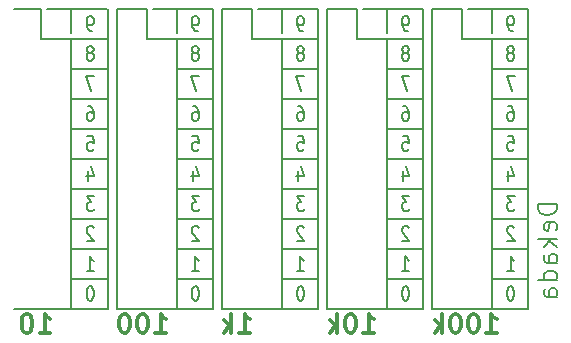
<source format=gbo>
G04 #@! TF.GenerationSoftware,KiCad,Pcbnew,(2017-01-20 revision 550a1ea)-makepkg*
G04 #@! TF.CreationDate,2017-01-21T19:12:54+01:00*
G04 #@! TF.ProjectId,dekada,64656B6164612E6B696361645F706362,rev?*
G04 #@! TF.FileFunction,Legend,Bot*
G04 #@! TF.FilePolarity,Positive*
%FSLAX46Y46*%
G04 Gerber Fmt 4.6, Leading zero omitted, Abs format (unit mm)*
G04 Created by KiCad (PCBNEW (2017-01-20 revision 550a1ea)-makepkg) date 01/21/17 19:12:54*
%MOMM*%
%LPD*%
G01*
G04 APERTURE LIST*
%ADD10C,0.050000*%
%ADD11C,0.180000*%
%ADD12C,0.350000*%
%ADD13C,0.150000*%
%ADD14C,0.200000*%
%ADD15O,2.000000X2.000000*%
%ADD16R,2.000000X2.000000*%
%ADD17O,2.032000X2.032000*%
%ADD18R,2.032000X2.032000*%
G04 APERTURE END LIST*
D10*
D11*
X-42034379Y4275395D02*
X-42701046Y4275395D01*
X-42272474Y3075395D01*
X-33134379Y4275395D02*
X-33801046Y4275395D01*
X-33372474Y3075395D01*
X-24234379Y4275395D02*
X-24901046Y4275395D01*
X-24472474Y3075395D01*
X-15334379Y4275395D02*
X-16001046Y4275395D01*
X-15572474Y3075395D01*
X-42320093Y-13504605D02*
X-42415332Y-13504605D01*
X-42510570Y-13561748D01*
X-42558189Y-13618890D01*
X-42605808Y-13733176D01*
X-42653427Y-13961748D01*
X-42653427Y-14247462D01*
X-42605808Y-14476033D01*
X-42558189Y-14590319D01*
X-42510570Y-14647462D01*
X-42415332Y-14704605D01*
X-42320093Y-14704605D01*
X-42224855Y-14647462D01*
X-42177236Y-14590319D01*
X-42129617Y-14476033D01*
X-42081998Y-14247462D01*
X-42081998Y-13961748D01*
X-42129617Y-13733176D01*
X-42177236Y-13618890D01*
X-42224855Y-13561748D01*
X-42320093Y-13504605D01*
X-33420093Y-13504605D02*
X-33515332Y-13504605D01*
X-33610570Y-13561748D01*
X-33658189Y-13618890D01*
X-33705808Y-13733176D01*
X-33753427Y-13961748D01*
X-33753427Y-14247462D01*
X-33705808Y-14476033D01*
X-33658189Y-14590319D01*
X-33610570Y-14647462D01*
X-33515332Y-14704605D01*
X-33420093Y-14704605D01*
X-33324855Y-14647462D01*
X-33277236Y-14590319D01*
X-33229617Y-14476033D01*
X-33181998Y-14247462D01*
X-33181998Y-13961748D01*
X-33229617Y-13733176D01*
X-33277236Y-13618890D01*
X-33324855Y-13561748D01*
X-33420093Y-13504605D01*
X-24520093Y-13504605D02*
X-24615332Y-13504605D01*
X-24710570Y-13561748D01*
X-24758189Y-13618890D01*
X-24805808Y-13733176D01*
X-24853427Y-13961748D01*
X-24853427Y-14247462D01*
X-24805808Y-14476033D01*
X-24758189Y-14590319D01*
X-24710570Y-14647462D01*
X-24615332Y-14704605D01*
X-24520093Y-14704605D01*
X-24424855Y-14647462D01*
X-24377236Y-14590319D01*
X-24329617Y-14476033D01*
X-24281998Y-14247462D01*
X-24281998Y-13961748D01*
X-24329617Y-13733176D01*
X-24377236Y-13618890D01*
X-24424855Y-13561748D01*
X-24520093Y-13504605D01*
X-15620093Y-13504605D02*
X-15715332Y-13504605D01*
X-15810570Y-13561748D01*
X-15858189Y-13618890D01*
X-15905808Y-13733176D01*
X-15953427Y-13961748D01*
X-15953427Y-14247462D01*
X-15905808Y-14476033D01*
X-15858189Y-14590319D01*
X-15810570Y-14647462D01*
X-15715332Y-14704605D01*
X-15620093Y-14704605D01*
X-15524855Y-14647462D01*
X-15477236Y-14590319D01*
X-15429617Y-14476033D01*
X-15381998Y-14247462D01*
X-15381998Y-13961748D01*
X-15429617Y-13733176D01*
X-15477236Y-13618890D01*
X-15524855Y-13561748D01*
X-15620093Y-13504605D01*
X-42081998Y-8538890D02*
X-42129617Y-8481748D01*
X-42224855Y-8424605D01*
X-42462951Y-8424605D01*
X-42558189Y-8481748D01*
X-42605808Y-8538890D01*
X-42653427Y-8653176D01*
X-42653427Y-8767462D01*
X-42605808Y-8938890D01*
X-42034379Y-9624605D01*
X-42653427Y-9624605D01*
X-33181998Y-8538890D02*
X-33229617Y-8481748D01*
X-33324855Y-8424605D01*
X-33562951Y-8424605D01*
X-33658189Y-8481748D01*
X-33705808Y-8538890D01*
X-33753427Y-8653176D01*
X-33753427Y-8767462D01*
X-33705808Y-8938890D01*
X-33134379Y-9624605D01*
X-33753427Y-9624605D01*
X-24281998Y-8538890D02*
X-24329617Y-8481748D01*
X-24424855Y-8424605D01*
X-24662951Y-8424605D01*
X-24758189Y-8481748D01*
X-24805808Y-8538890D01*
X-24853427Y-8653176D01*
X-24853427Y-8767462D01*
X-24805808Y-8938890D01*
X-24234379Y-9624605D01*
X-24853427Y-9624605D01*
X-15381998Y-8538890D02*
X-15429617Y-8481748D01*
X-15524855Y-8424605D01*
X-15762951Y-8424605D01*
X-15858189Y-8481748D01*
X-15905808Y-8538890D01*
X-15953427Y-8653176D01*
X-15953427Y-8767462D01*
X-15905808Y-8938890D01*
X-15334379Y-9624605D01*
X-15953427Y-9624605D01*
X-42272474Y6301110D02*
X-42177236Y6358252D01*
X-42129617Y6415395D01*
X-42081998Y6529681D01*
X-42081998Y6586824D01*
X-42129617Y6701110D01*
X-42177236Y6758252D01*
X-42272474Y6815395D01*
X-42462951Y6815395D01*
X-42558189Y6758252D01*
X-42605808Y6701110D01*
X-42653427Y6586824D01*
X-42653427Y6529681D01*
X-42605808Y6415395D01*
X-42558189Y6358252D01*
X-42462951Y6301110D01*
X-42272474Y6301110D01*
X-42177236Y6243967D01*
X-42129617Y6186824D01*
X-42081998Y6072538D01*
X-42081998Y5843967D01*
X-42129617Y5729681D01*
X-42177236Y5672538D01*
X-42272474Y5615395D01*
X-42462951Y5615395D01*
X-42558189Y5672538D01*
X-42605808Y5729681D01*
X-42653427Y5843967D01*
X-42653427Y6072538D01*
X-42605808Y6186824D01*
X-42558189Y6243967D01*
X-42462951Y6301110D01*
X-33372474Y6301110D02*
X-33277236Y6358252D01*
X-33229617Y6415395D01*
X-33181998Y6529681D01*
X-33181998Y6586824D01*
X-33229617Y6701110D01*
X-33277236Y6758252D01*
X-33372474Y6815395D01*
X-33562951Y6815395D01*
X-33658189Y6758252D01*
X-33705808Y6701110D01*
X-33753427Y6586824D01*
X-33753427Y6529681D01*
X-33705808Y6415395D01*
X-33658189Y6358252D01*
X-33562951Y6301110D01*
X-33372474Y6301110D01*
X-33277236Y6243967D01*
X-33229617Y6186824D01*
X-33181998Y6072538D01*
X-33181998Y5843967D01*
X-33229617Y5729681D01*
X-33277236Y5672538D01*
X-33372474Y5615395D01*
X-33562951Y5615395D01*
X-33658189Y5672538D01*
X-33705808Y5729681D01*
X-33753427Y5843967D01*
X-33753427Y6072538D01*
X-33705808Y6186824D01*
X-33658189Y6243967D01*
X-33562951Y6301110D01*
X-24472474Y6301110D02*
X-24377236Y6358252D01*
X-24329617Y6415395D01*
X-24281998Y6529681D01*
X-24281998Y6586824D01*
X-24329617Y6701110D01*
X-24377236Y6758252D01*
X-24472474Y6815395D01*
X-24662951Y6815395D01*
X-24758189Y6758252D01*
X-24805808Y6701110D01*
X-24853427Y6586824D01*
X-24853427Y6529681D01*
X-24805808Y6415395D01*
X-24758189Y6358252D01*
X-24662951Y6301110D01*
X-24472474Y6301110D01*
X-24377236Y6243967D01*
X-24329617Y6186824D01*
X-24281998Y6072538D01*
X-24281998Y5843967D01*
X-24329617Y5729681D01*
X-24377236Y5672538D01*
X-24472474Y5615395D01*
X-24662951Y5615395D01*
X-24758189Y5672538D01*
X-24805808Y5729681D01*
X-24853427Y5843967D01*
X-24853427Y6072538D01*
X-24805808Y6186824D01*
X-24758189Y6243967D01*
X-24662951Y6301110D01*
X-15572474Y6301110D02*
X-15477236Y6358252D01*
X-15429617Y6415395D01*
X-15381998Y6529681D01*
X-15381998Y6586824D01*
X-15429617Y6701110D01*
X-15477236Y6758252D01*
X-15572474Y6815395D01*
X-15762951Y6815395D01*
X-15858189Y6758252D01*
X-15905808Y6701110D01*
X-15953427Y6586824D01*
X-15953427Y6529681D01*
X-15905808Y6415395D01*
X-15858189Y6358252D01*
X-15762951Y6301110D01*
X-15572474Y6301110D01*
X-15477236Y6243967D01*
X-15429617Y6186824D01*
X-15381998Y6072538D01*
X-15381998Y5843967D01*
X-15429617Y5729681D01*
X-15477236Y5672538D01*
X-15572474Y5615395D01*
X-15762951Y5615395D01*
X-15858189Y5672538D01*
X-15905808Y5729681D01*
X-15953427Y5843967D01*
X-15953427Y6072538D01*
X-15905808Y6186824D01*
X-15858189Y6243967D01*
X-15762951Y6301110D01*
D12*
X-46646548Y-17423809D02*
X-45732262Y-17423809D01*
X-46189405Y-17423809D02*
X-46189405Y-15823809D01*
X-46037024Y-16052380D01*
X-45884643Y-16204761D01*
X-45732262Y-16280952D01*
X-47637024Y-15823809D02*
X-47789405Y-15823809D01*
X-47941786Y-15900000D01*
X-48017977Y-15976190D01*
X-48094167Y-16128571D01*
X-48170358Y-16433333D01*
X-48170358Y-16814285D01*
X-48094167Y-17119047D01*
X-48017977Y-17271428D01*
X-47941786Y-17347619D01*
X-47789405Y-17423809D01*
X-47637024Y-17423809D01*
X-47484643Y-17347619D01*
X-47408453Y-17271428D01*
X-47332262Y-17119047D01*
X-47256072Y-16814285D01*
X-47256072Y-16433333D01*
X-47332262Y-16128571D01*
X-47408453Y-15976190D01*
X-47484643Y-15900000D01*
X-47637024Y-15823809D01*
X-36846548Y-17423809D02*
X-35932262Y-17423809D01*
X-36389405Y-17423809D02*
X-36389405Y-15823809D01*
X-36237024Y-16052380D01*
X-36084643Y-16204761D01*
X-35932262Y-16280952D01*
X-37837024Y-15823809D02*
X-37989405Y-15823809D01*
X-38141786Y-15900000D01*
X-38217977Y-15976190D01*
X-38294167Y-16128571D01*
X-38370358Y-16433333D01*
X-38370358Y-16814285D01*
X-38294167Y-17119047D01*
X-38217977Y-17271428D01*
X-38141786Y-17347619D01*
X-37989405Y-17423809D01*
X-37837024Y-17423809D01*
X-37684643Y-17347619D01*
X-37608453Y-17271428D01*
X-37532262Y-17119047D01*
X-37456072Y-16814285D01*
X-37456072Y-16433333D01*
X-37532262Y-16128571D01*
X-37608453Y-15976190D01*
X-37684643Y-15900000D01*
X-37837024Y-15823809D01*
X-39360834Y-15823809D02*
X-39513215Y-15823809D01*
X-39665596Y-15900000D01*
X-39741786Y-15976190D01*
X-39817977Y-16128571D01*
X-39894167Y-16433333D01*
X-39894167Y-16814285D01*
X-39817977Y-17119047D01*
X-39741786Y-17271428D01*
X-39665596Y-17347619D01*
X-39513215Y-17423809D01*
X-39360834Y-17423809D01*
X-39208453Y-17347619D01*
X-39132262Y-17271428D01*
X-39056072Y-17119047D01*
X-38979881Y-16814285D01*
X-38979881Y-16433333D01*
X-39056072Y-16128571D01*
X-39132262Y-15976190D01*
X-39208453Y-15900000D01*
X-39360834Y-15823809D01*
X-29746548Y-17423809D02*
X-28832262Y-17423809D01*
X-29289405Y-17423809D02*
X-29289405Y-15823809D01*
X-29137024Y-16052380D01*
X-28984643Y-16204761D01*
X-28832262Y-16280952D01*
X-30432262Y-17423809D02*
X-30432262Y-15823809D01*
X-30584643Y-16814285D02*
X-31041786Y-17423809D01*
X-31041786Y-16357142D02*
X-30432262Y-16966666D01*
X-19246548Y-17423809D02*
X-18332262Y-17423809D01*
X-18789405Y-17423809D02*
X-18789405Y-15823809D01*
X-18637024Y-16052380D01*
X-18484643Y-16204761D01*
X-18332262Y-16280952D01*
X-20237024Y-15823809D02*
X-20389405Y-15823809D01*
X-20541786Y-15900000D01*
X-20617977Y-15976190D01*
X-20694167Y-16128571D01*
X-20770358Y-16433333D01*
X-20770358Y-16814285D01*
X-20694167Y-17119047D01*
X-20617977Y-17271428D01*
X-20541786Y-17347619D01*
X-20389405Y-17423809D01*
X-20237024Y-17423809D01*
X-20084643Y-17347619D01*
X-20008453Y-17271428D01*
X-19932262Y-17119047D01*
X-19856072Y-16814285D01*
X-19856072Y-16433333D01*
X-19932262Y-16128571D01*
X-20008453Y-15976190D01*
X-20084643Y-15900000D01*
X-20237024Y-15823809D01*
X-21456072Y-17423809D02*
X-21456072Y-15823809D01*
X-21608453Y-16814285D02*
X-22065596Y-17423809D01*
X-22065596Y-16357142D02*
X-21456072Y-16966666D01*
D11*
X-42034379Y-5884605D02*
X-42653427Y-5884605D01*
X-42320093Y-6341748D01*
X-42462951Y-6341748D01*
X-42558189Y-6398890D01*
X-42605808Y-6456033D01*
X-42653427Y-6570319D01*
X-42653427Y-6856033D01*
X-42605808Y-6970319D01*
X-42558189Y-7027462D01*
X-42462951Y-7084605D01*
X-42177236Y-7084605D01*
X-42081998Y-7027462D01*
X-42034379Y-6970319D01*
X-33134379Y-5884605D02*
X-33753427Y-5884605D01*
X-33420093Y-6341748D01*
X-33562951Y-6341748D01*
X-33658189Y-6398890D01*
X-33705808Y-6456033D01*
X-33753427Y-6570319D01*
X-33753427Y-6856033D01*
X-33705808Y-6970319D01*
X-33658189Y-7027462D01*
X-33562951Y-7084605D01*
X-33277236Y-7084605D01*
X-33181998Y-7027462D01*
X-33134379Y-6970319D01*
X-24234379Y-5884605D02*
X-24853427Y-5884605D01*
X-24520093Y-6341748D01*
X-24662951Y-6341748D01*
X-24758189Y-6398890D01*
X-24805808Y-6456033D01*
X-24853427Y-6570319D01*
X-24853427Y-6856033D01*
X-24805808Y-6970319D01*
X-24758189Y-7027462D01*
X-24662951Y-7084605D01*
X-24377236Y-7084605D01*
X-24281998Y-7027462D01*
X-24234379Y-6970319D01*
X-15334379Y-5884605D02*
X-15953427Y-5884605D01*
X-15620093Y-6341748D01*
X-15762951Y-6341748D01*
X-15858189Y-6398890D01*
X-15905808Y-6456033D01*
X-15953427Y-6570319D01*
X-15953427Y-6856033D01*
X-15905808Y-6970319D01*
X-15858189Y-7027462D01*
X-15762951Y-7084605D01*
X-15477236Y-7084605D01*
X-15381998Y-7027462D01*
X-15334379Y-6970319D01*
X-42558189Y1735395D02*
X-42367712Y1735395D01*
X-42272474Y1678252D01*
X-42224855Y1621110D01*
X-42129617Y1449681D01*
X-42081998Y1221110D01*
X-42081998Y763967D01*
X-42129617Y649681D01*
X-42177236Y592538D01*
X-42272474Y535395D01*
X-42462951Y535395D01*
X-42558189Y592538D01*
X-42605808Y649681D01*
X-42653427Y763967D01*
X-42653427Y1049681D01*
X-42605808Y1163967D01*
X-42558189Y1221110D01*
X-42462951Y1278252D01*
X-42272474Y1278252D01*
X-42177236Y1221110D01*
X-42129617Y1163967D01*
X-42081998Y1049681D01*
X-33658189Y1735395D02*
X-33467712Y1735395D01*
X-33372474Y1678252D01*
X-33324855Y1621110D01*
X-33229617Y1449681D01*
X-33181998Y1221110D01*
X-33181998Y763967D01*
X-33229617Y649681D01*
X-33277236Y592538D01*
X-33372474Y535395D01*
X-33562951Y535395D01*
X-33658189Y592538D01*
X-33705808Y649681D01*
X-33753427Y763967D01*
X-33753427Y1049681D01*
X-33705808Y1163967D01*
X-33658189Y1221110D01*
X-33562951Y1278252D01*
X-33372474Y1278252D01*
X-33277236Y1221110D01*
X-33229617Y1163967D01*
X-33181998Y1049681D01*
X-24758189Y1735395D02*
X-24567712Y1735395D01*
X-24472474Y1678252D01*
X-24424855Y1621110D01*
X-24329617Y1449681D01*
X-24281998Y1221110D01*
X-24281998Y763967D01*
X-24329617Y649681D01*
X-24377236Y592538D01*
X-24472474Y535395D01*
X-24662951Y535395D01*
X-24758189Y592538D01*
X-24805808Y649681D01*
X-24853427Y763967D01*
X-24853427Y1049681D01*
X-24805808Y1163967D01*
X-24758189Y1221110D01*
X-24662951Y1278252D01*
X-24472474Y1278252D01*
X-24377236Y1221110D01*
X-24329617Y1163967D01*
X-24281998Y1049681D01*
X-15858189Y1735395D02*
X-15667712Y1735395D01*
X-15572474Y1678252D01*
X-15524855Y1621110D01*
X-15429617Y1449681D01*
X-15381998Y1221110D01*
X-15381998Y763967D01*
X-15429617Y649681D01*
X-15477236Y592538D01*
X-15572474Y535395D01*
X-15762951Y535395D01*
X-15858189Y592538D01*
X-15905808Y649681D01*
X-15953427Y763967D01*
X-15953427Y1049681D01*
X-15905808Y1163967D01*
X-15858189Y1221110D01*
X-15762951Y1278252D01*
X-15572474Y1278252D01*
X-15477236Y1221110D01*
X-15429617Y1163967D01*
X-15381998Y1049681D01*
X-42653427Y-12164605D02*
X-42081998Y-12164605D01*
X-42367712Y-12164605D02*
X-42367712Y-10964605D01*
X-42272474Y-11136033D01*
X-42177236Y-11250319D01*
X-42081998Y-11307462D01*
X-33753427Y-12164605D02*
X-33181998Y-12164605D01*
X-33467712Y-12164605D02*
X-33467712Y-10964605D01*
X-33372474Y-11136033D01*
X-33277236Y-11250319D01*
X-33181998Y-11307462D01*
X-24853427Y-12164605D02*
X-24281998Y-12164605D01*
X-24567712Y-12164605D02*
X-24567712Y-10964605D01*
X-24472474Y-11136033D01*
X-24377236Y-11250319D01*
X-24281998Y-11307462D01*
X-15953427Y-12164605D02*
X-15381998Y-12164605D01*
X-15667712Y-12164605D02*
X-15667712Y-10964605D01*
X-15572474Y-11136033D01*
X-15477236Y-11250319D01*
X-15381998Y-11307462D01*
X-42177236Y8155395D02*
X-42367712Y8155395D01*
X-42462951Y8212538D01*
X-42510570Y8269681D01*
X-42605808Y8441110D01*
X-42653427Y8669681D01*
X-42653427Y9126824D01*
X-42605808Y9241110D01*
X-42558189Y9298252D01*
X-42462951Y9355395D01*
X-42272474Y9355395D01*
X-42177236Y9298252D01*
X-42129617Y9241110D01*
X-42081998Y9126824D01*
X-42081998Y8841110D01*
X-42129617Y8726824D01*
X-42177236Y8669681D01*
X-42272474Y8612538D01*
X-42462951Y8612538D01*
X-42558189Y8669681D01*
X-42605808Y8726824D01*
X-42653427Y8841110D01*
X-33277236Y8155395D02*
X-33467712Y8155395D01*
X-33562951Y8212538D01*
X-33610570Y8269681D01*
X-33705808Y8441110D01*
X-33753427Y8669681D01*
X-33753427Y9126824D01*
X-33705808Y9241110D01*
X-33658189Y9298252D01*
X-33562951Y9355395D01*
X-33372474Y9355395D01*
X-33277236Y9298252D01*
X-33229617Y9241110D01*
X-33181998Y9126824D01*
X-33181998Y8841110D01*
X-33229617Y8726824D01*
X-33277236Y8669681D01*
X-33372474Y8612538D01*
X-33562951Y8612538D01*
X-33658189Y8669681D01*
X-33705808Y8726824D01*
X-33753427Y8841110D01*
X-24377236Y8155395D02*
X-24567712Y8155395D01*
X-24662951Y8212538D01*
X-24710570Y8269681D01*
X-24805808Y8441110D01*
X-24853427Y8669681D01*
X-24853427Y9126824D01*
X-24805808Y9241110D01*
X-24758189Y9298252D01*
X-24662951Y9355395D01*
X-24472474Y9355395D01*
X-24377236Y9298252D01*
X-24329617Y9241110D01*
X-24281998Y9126824D01*
X-24281998Y8841110D01*
X-24329617Y8726824D01*
X-24377236Y8669681D01*
X-24472474Y8612538D01*
X-24662951Y8612538D01*
X-24758189Y8669681D01*
X-24805808Y8726824D01*
X-24853427Y8841110D01*
X-15477236Y8155395D02*
X-15667712Y8155395D01*
X-15762951Y8212538D01*
X-15810570Y8269681D01*
X-15905808Y8441110D01*
X-15953427Y8669681D01*
X-15953427Y9126824D01*
X-15905808Y9241110D01*
X-15858189Y9298252D01*
X-15762951Y9355395D01*
X-15572474Y9355395D01*
X-15477236Y9298252D01*
X-15429617Y9241110D01*
X-15381998Y9126824D01*
X-15381998Y8841110D01*
X-15429617Y8726824D01*
X-15477236Y8669681D01*
X-15572474Y8612538D01*
X-15762951Y8612538D01*
X-15858189Y8669681D01*
X-15905808Y8726824D01*
X-15953427Y8841110D01*
X-42605808Y-804605D02*
X-42129617Y-804605D01*
X-42081998Y-1376033D01*
X-42129617Y-1318890D01*
X-42224855Y-1261748D01*
X-42462951Y-1261748D01*
X-42558189Y-1318890D01*
X-42605808Y-1376033D01*
X-42653427Y-1490319D01*
X-42653427Y-1776033D01*
X-42605808Y-1890319D01*
X-42558189Y-1947462D01*
X-42462951Y-2004605D01*
X-42224855Y-2004605D01*
X-42129617Y-1947462D01*
X-42081998Y-1890319D01*
X-33705808Y-804605D02*
X-33229617Y-804605D01*
X-33181998Y-1376033D01*
X-33229617Y-1318890D01*
X-33324855Y-1261748D01*
X-33562951Y-1261748D01*
X-33658189Y-1318890D01*
X-33705808Y-1376033D01*
X-33753427Y-1490319D01*
X-33753427Y-1776033D01*
X-33705808Y-1890319D01*
X-33658189Y-1947462D01*
X-33562951Y-2004605D01*
X-33324855Y-2004605D01*
X-33229617Y-1947462D01*
X-33181998Y-1890319D01*
X-24805808Y-804605D02*
X-24329617Y-804605D01*
X-24281998Y-1376033D01*
X-24329617Y-1318890D01*
X-24424855Y-1261748D01*
X-24662951Y-1261748D01*
X-24758189Y-1318890D01*
X-24805808Y-1376033D01*
X-24853427Y-1490319D01*
X-24853427Y-1776033D01*
X-24805808Y-1890319D01*
X-24758189Y-1947462D01*
X-24662951Y-2004605D01*
X-24424855Y-2004605D01*
X-24329617Y-1947462D01*
X-24281998Y-1890319D01*
X-15905808Y-804605D02*
X-15429617Y-804605D01*
X-15381998Y-1376033D01*
X-15429617Y-1318890D01*
X-15524855Y-1261748D01*
X-15762951Y-1261748D01*
X-15858189Y-1318890D01*
X-15905808Y-1376033D01*
X-15953427Y-1490319D01*
X-15953427Y-1776033D01*
X-15905808Y-1890319D01*
X-15858189Y-1947462D01*
X-15762951Y-2004605D01*
X-15524855Y-2004605D01*
X-15429617Y-1947462D01*
X-15381998Y-1890319D01*
X-42558189Y-3744605D02*
X-42558189Y-4544605D01*
X-42320093Y-3287462D02*
X-42081998Y-4144605D01*
X-42701046Y-4144605D01*
X-33658189Y-3744605D02*
X-33658189Y-4544605D01*
X-33420093Y-3287462D02*
X-33181998Y-4144605D01*
X-33801046Y-4144605D01*
X-24758189Y-3744605D02*
X-24758189Y-4544605D01*
X-24520093Y-3287462D02*
X-24281998Y-4144605D01*
X-24901046Y-4144605D01*
X-15858189Y-3744605D02*
X-15858189Y-4544605D01*
X-15620093Y-3287462D02*
X-15381998Y-4144605D01*
X-16001046Y-4144605D01*
D13*
X-40897712Y9968252D02*
X-43945712Y9968252D01*
X-31997712Y9968252D02*
X-35045712Y9968252D01*
X-23097712Y9968252D02*
X-26145712Y9968252D01*
X-14197712Y9968252D02*
X-17245712Y9968252D01*
X-40897712Y7428252D02*
X-43945712Y7428252D01*
X-31997712Y7428252D02*
X-35045712Y7428252D01*
X-23097712Y7428252D02*
X-26145712Y7428252D01*
X-14197712Y7428252D02*
X-17245712Y7428252D01*
X-40897712Y-5271748D02*
X-43945712Y-5271748D01*
X-31997712Y-5271748D02*
X-35045712Y-5271748D01*
X-23097712Y-5271748D02*
X-26145712Y-5271748D01*
X-14197712Y-5271748D02*
X-17245712Y-5271748D01*
X-40895712Y-10351748D02*
X-43945712Y-10351748D01*
X-31995712Y-10351748D02*
X-35045712Y-10351748D01*
X-23095712Y-10351748D02*
X-26145712Y-10351748D01*
X-14195712Y-10351748D02*
X-17245712Y-10351748D01*
X-40897712Y-191748D02*
X-43945712Y-191748D01*
X-31997712Y-191748D02*
X-35045712Y-191748D01*
X-23097712Y-191748D02*
X-26145712Y-191748D01*
X-14197712Y-191748D02*
X-17245712Y-191748D01*
X-40889712Y-15431748D02*
X-43989712Y-15431748D01*
X-31989712Y-15431748D02*
X-35089712Y-15431748D01*
X-23089712Y-15431748D02*
X-26189712Y-15431748D01*
X-14189712Y-15431748D02*
X-17289712Y-15431748D01*
X-40897712Y-7811748D02*
X-43945712Y-7811748D01*
X-31997712Y-7811748D02*
X-35045712Y-7811748D01*
X-23097712Y-7811748D02*
X-26145712Y-7811748D01*
X-14197712Y-7811748D02*
X-17245712Y-7811748D01*
X-40889712Y9968252D02*
X-40889712Y-15431748D01*
X-31989712Y9968252D02*
X-31989712Y-15431748D01*
X-23089712Y9968252D02*
X-23089712Y-15431748D01*
X-14189712Y9968252D02*
X-14189712Y-15431748D01*
X-40897712Y4888252D02*
X-43945712Y4888252D01*
X-31997712Y4888252D02*
X-35045712Y4888252D01*
X-23097712Y4888252D02*
X-26145712Y4888252D01*
X-14197712Y4888252D02*
X-17245712Y4888252D01*
X-40897712Y2348252D02*
X-43945712Y2348252D01*
X-31997712Y2348252D02*
X-35045712Y2348252D01*
X-23097712Y2348252D02*
X-26145712Y2348252D01*
X-14197712Y2348252D02*
X-17245712Y2348252D01*
X-40945712Y-12891748D02*
X-43945712Y-12891748D01*
X-32045712Y-12891748D02*
X-35045712Y-12891748D01*
X-23145712Y-12891748D02*
X-26145712Y-12891748D01*
X-14245712Y-12891748D02*
X-17245712Y-12891748D01*
X-40897712Y-2731748D02*
X-43945712Y-2731748D01*
X-31997712Y-2731748D02*
X-35045712Y-2731748D01*
X-23097712Y-2731748D02*
X-26145712Y-2731748D01*
X-14197712Y-2731748D02*
X-17245712Y-2731748D01*
D11*
X-6958189Y-3744605D02*
X-6958189Y-4544605D01*
X-6720093Y-3287462D02*
X-6481998Y-4144605D01*
X-7101046Y-4144605D01*
D13*
X-5297712Y-191748D02*
X-8345712Y-191748D01*
D11*
X-7005808Y-804605D02*
X-6529617Y-804605D01*
X-6481998Y-1376033D01*
X-6529617Y-1318890D01*
X-6624855Y-1261748D01*
X-6862951Y-1261748D01*
X-6958189Y-1318890D01*
X-7005808Y-1376033D01*
X-7053427Y-1490319D01*
X-7053427Y-1776033D01*
X-7005808Y-1890319D01*
X-6958189Y-1947462D01*
X-6862951Y-2004605D01*
X-6624855Y-2004605D01*
X-6529617Y-1947462D01*
X-6481998Y-1890319D01*
X-6958189Y1735395D02*
X-6767712Y1735395D01*
X-6672474Y1678252D01*
X-6624855Y1621110D01*
X-6529617Y1449681D01*
X-6481998Y1221110D01*
X-6481998Y763967D01*
X-6529617Y649681D01*
X-6577236Y592538D01*
X-6672474Y535395D01*
X-6862951Y535395D01*
X-6958189Y592538D01*
X-7005808Y649681D01*
X-7053427Y763967D01*
X-7053427Y1049681D01*
X-7005808Y1163967D01*
X-6958189Y1221110D01*
X-6862951Y1278252D01*
X-6672474Y1278252D01*
X-6577236Y1221110D01*
X-6529617Y1163967D01*
X-6481998Y1049681D01*
D13*
X-5297712Y-2731748D02*
X-8345712Y-2731748D01*
X-5297712Y2348252D02*
X-8345712Y2348252D01*
D11*
X-6434379Y4275395D02*
X-7101046Y4275395D01*
X-6672474Y3075395D01*
D13*
X-5297712Y7428252D02*
X-8345712Y7428252D01*
D11*
X-6672474Y6301110D02*
X-6577236Y6358252D01*
X-6529617Y6415395D01*
X-6481998Y6529681D01*
X-6481998Y6586824D01*
X-6529617Y6701110D01*
X-6577236Y6758252D01*
X-6672474Y6815395D01*
X-6862951Y6815395D01*
X-6958189Y6758252D01*
X-7005808Y6701110D01*
X-7053427Y6586824D01*
X-7053427Y6529681D01*
X-7005808Y6415395D01*
X-6958189Y6358252D01*
X-6862951Y6301110D01*
X-6672474Y6301110D01*
X-6577236Y6243967D01*
X-6529617Y6186824D01*
X-6481998Y6072538D01*
X-6481998Y5843967D01*
X-6529617Y5729681D01*
X-6577236Y5672538D01*
X-6672474Y5615395D01*
X-6862951Y5615395D01*
X-6958189Y5672538D01*
X-7005808Y5729681D01*
X-7053427Y5843967D01*
X-7053427Y6072538D01*
X-7005808Y6186824D01*
X-6958189Y6243967D01*
X-6862951Y6301110D01*
D13*
X-5297712Y4888252D02*
X-8345712Y4888252D01*
X-5297712Y9968252D02*
X-8345712Y9968252D01*
D11*
X-6577236Y8155395D02*
X-6767712Y8155395D01*
X-6862951Y8212538D01*
X-6910570Y8269681D01*
X-7005808Y8441110D01*
X-7053427Y8669681D01*
X-7053427Y9126824D01*
X-7005808Y9241110D01*
X-6958189Y9298252D01*
X-6862951Y9355395D01*
X-6672474Y9355395D01*
X-6577236Y9298252D01*
X-6529617Y9241110D01*
X-6481998Y9126824D01*
X-6481998Y8841110D01*
X-6529617Y8726824D01*
X-6577236Y8669681D01*
X-6672474Y8612538D01*
X-6862951Y8612538D01*
X-6958189Y8669681D01*
X-7005808Y8726824D01*
X-7053427Y8841110D01*
D13*
X-5289712Y9968252D02*
X-5289712Y-15431748D01*
X-5297712Y-5271748D02*
X-8345712Y-5271748D01*
D11*
X-6434379Y-5884605D02*
X-7053427Y-5884605D01*
X-6720093Y-6341748D01*
X-6862951Y-6341748D01*
X-6958189Y-6398890D01*
X-7005808Y-6456033D01*
X-7053427Y-6570319D01*
X-7053427Y-6856033D01*
X-7005808Y-6970319D01*
X-6958189Y-7027462D01*
X-6862951Y-7084605D01*
X-6577236Y-7084605D01*
X-6481998Y-7027462D01*
X-6434379Y-6970319D01*
D13*
X-5297712Y-7811748D02*
X-8345712Y-7811748D01*
X-5295712Y-10351748D02*
X-8345712Y-10351748D01*
D11*
X-6481998Y-8538890D02*
X-6529617Y-8481748D01*
X-6624855Y-8424605D01*
X-6862951Y-8424605D01*
X-6958189Y-8481748D01*
X-7005808Y-8538890D01*
X-7053427Y-8653176D01*
X-7053427Y-8767462D01*
X-7005808Y-8938890D01*
X-6434379Y-9624605D01*
X-7053427Y-9624605D01*
D12*
X-8846548Y-17423809D02*
X-7932262Y-17423809D01*
X-8389405Y-17423809D02*
X-8389405Y-15823809D01*
X-8237024Y-16052380D01*
X-8084643Y-16204761D01*
X-7932262Y-16280952D01*
X-9837024Y-15823809D02*
X-9989405Y-15823809D01*
X-10141786Y-15900000D01*
X-10217977Y-15976190D01*
X-10294167Y-16128571D01*
X-10370358Y-16433333D01*
X-10370358Y-16814285D01*
X-10294167Y-17119047D01*
X-10217977Y-17271428D01*
X-10141786Y-17347619D01*
X-9989405Y-17423809D01*
X-9837024Y-17423809D01*
X-9684643Y-17347619D01*
X-9608453Y-17271428D01*
X-9532262Y-17119047D01*
X-9456072Y-16814285D01*
X-9456072Y-16433333D01*
X-9532262Y-16128571D01*
X-9608453Y-15976190D01*
X-9684643Y-15900000D01*
X-9837024Y-15823809D01*
X-11360834Y-15823809D02*
X-11513215Y-15823809D01*
X-11665596Y-15900000D01*
X-11741786Y-15976190D01*
X-11817977Y-16128571D01*
X-11894167Y-16433333D01*
X-11894167Y-16814285D01*
X-11817977Y-17119047D01*
X-11741786Y-17271428D01*
X-11665596Y-17347619D01*
X-11513215Y-17423809D01*
X-11360834Y-17423809D01*
X-11208453Y-17347619D01*
X-11132262Y-17271428D01*
X-11056072Y-17119047D01*
X-10979881Y-16814285D01*
X-10979881Y-16433333D01*
X-11056072Y-16128571D01*
X-11132262Y-15976190D01*
X-11208453Y-15900000D01*
X-11360834Y-15823809D01*
X-12579881Y-17423809D02*
X-12579881Y-15823809D01*
X-12732262Y-16814285D02*
X-13189405Y-17423809D01*
X-13189405Y-16357142D02*
X-12579881Y-16966666D01*
D11*
X-7053427Y-12164605D02*
X-6481998Y-12164605D01*
X-6767712Y-12164605D02*
X-6767712Y-10964605D01*
X-6672474Y-11136033D01*
X-6577236Y-11250319D01*
X-6481998Y-11307462D01*
D13*
X-5345712Y-12891748D02*
X-8345712Y-12891748D01*
D11*
X-6720093Y-13504605D02*
X-6815332Y-13504605D01*
X-6910570Y-13561748D01*
X-6958189Y-13618890D01*
X-7005808Y-13733176D01*
X-7053427Y-13961748D01*
X-7053427Y-14247462D01*
X-7005808Y-14476033D01*
X-6958189Y-14590319D01*
X-6910570Y-14647462D01*
X-6815332Y-14704605D01*
X-6720093Y-14704605D01*
X-6624855Y-14647462D01*
X-6577236Y-14590319D01*
X-6529617Y-14476033D01*
X-6481998Y-14247462D01*
X-6481998Y-13961748D01*
X-6529617Y-13733176D01*
X-6577236Y-13618890D01*
X-6624855Y-13561748D01*
X-6720093Y-13504605D01*
D13*
X-5289712Y-15431748D02*
X-8389712Y-15431748D01*
D14*
X-2876191Y-6541428D02*
X-4476191Y-6541428D01*
X-4476191Y-6922380D01*
X-4400000Y-7150952D01*
X-4247620Y-7303333D01*
X-4095239Y-7379523D01*
X-3790477Y-7455714D01*
X-3561905Y-7455714D01*
X-3257143Y-7379523D01*
X-3104762Y-7303333D01*
X-2952381Y-7150952D01*
X-2876191Y-6922380D01*
X-2876191Y-6541428D01*
X-2952381Y-8750952D02*
X-2876191Y-8598571D01*
X-2876191Y-8293809D01*
X-2952381Y-8141428D01*
X-3104762Y-8065238D01*
X-3714286Y-8065238D01*
X-3866667Y-8141428D01*
X-3942858Y-8293809D01*
X-3942858Y-8598571D01*
X-3866667Y-8750952D01*
X-3714286Y-8827142D01*
X-3561905Y-8827142D01*
X-3409524Y-8065238D01*
X-2876191Y-9512857D02*
X-4476191Y-9512857D01*
X-3485715Y-9665238D02*
X-2876191Y-10122380D01*
X-3942858Y-10122380D02*
X-3333334Y-9512857D01*
X-2876191Y-11493809D02*
X-3714286Y-11493809D01*
X-3866667Y-11417619D01*
X-3942858Y-11265238D01*
X-3942858Y-10960476D01*
X-3866667Y-10808095D01*
X-2952381Y-11493809D02*
X-2876191Y-11341428D01*
X-2876191Y-10960476D01*
X-2952381Y-10808095D01*
X-3104762Y-10731904D01*
X-3257143Y-10731904D01*
X-3409524Y-10808095D01*
X-3485715Y-10960476D01*
X-3485715Y-11341428D01*
X-3561905Y-11493809D01*
X-2876191Y-12941428D02*
X-4476191Y-12941428D01*
X-2952381Y-12941428D02*
X-2876191Y-12789047D01*
X-2876191Y-12484285D01*
X-2952381Y-12331904D01*
X-3028572Y-12255714D01*
X-3180953Y-12179523D01*
X-3638096Y-12179523D01*
X-3790477Y-12255714D01*
X-3866667Y-12331904D01*
X-3942858Y-12484285D01*
X-3942858Y-12789047D01*
X-3866667Y-12941428D01*
X-2876191Y-14389047D02*
X-3714286Y-14389047D01*
X-3866667Y-14312857D01*
X-3942858Y-14160476D01*
X-3942858Y-13855714D01*
X-3866667Y-13703333D01*
X-2952381Y-14389047D02*
X-2876191Y-14236666D01*
X-2876191Y-13855714D01*
X-2952381Y-13703333D01*
X-3104762Y-13627142D01*
X-3257143Y-13627142D01*
X-3409524Y-13703333D01*
X-3485715Y-13855714D01*
X-3485715Y-14236666D01*
X-3561905Y-14389047D01*
D13*
X-43945712Y7428252D02*
X-43945712Y-15431748D01*
X-48771712Y-15431748D02*
X-43691712Y-15431748D01*
X-48771712Y9968252D02*
X-46485712Y9968252D01*
X-46485712Y9968252D02*
X-46485712Y7428252D01*
X-46485712Y7428252D02*
X-43945712Y7428252D01*
X-45977712Y9968252D02*
X-43945712Y9968252D01*
X-43945712Y9968252D02*
X-43945712Y7936252D01*
X-40125712Y-15431748D02*
X-40125712Y9968252D01*
X-35045712Y7428252D02*
X-35045712Y-15431748D01*
X-40125712Y-15431748D02*
X-35045712Y-15431748D01*
X-40125712Y9968252D02*
X-37585712Y9968252D01*
X-37585712Y9968252D02*
X-37585712Y7428252D01*
X-37585712Y7428252D02*
X-35045712Y7428252D01*
X-37077712Y9968252D02*
X-35045712Y9968252D01*
X-35045712Y9968252D02*
X-35045712Y7936252D01*
X-31225712Y-15431748D02*
X-31225712Y9968252D01*
X-26145712Y7428252D02*
X-26145712Y-15431748D01*
X-31225712Y-15431748D02*
X-26145712Y-15431748D01*
X-31225712Y9968252D02*
X-28685712Y9968252D01*
X-28685712Y9968252D02*
X-28685712Y7428252D01*
X-28685712Y7428252D02*
X-26145712Y7428252D01*
X-28177712Y9968252D02*
X-26145712Y9968252D01*
X-26145712Y9968252D02*
X-26145712Y7936252D01*
X-22325712Y-15431748D02*
X-22325712Y9968252D01*
X-17245712Y7428252D02*
X-17245712Y-15431748D01*
X-22325712Y-15431748D02*
X-17245712Y-15431748D01*
X-22325712Y9968252D02*
X-19785712Y9968252D01*
X-19785712Y9968252D02*
X-19785712Y7428252D01*
X-19785712Y7428252D02*
X-17245712Y7428252D01*
X-19277712Y9968252D02*
X-17245712Y9968252D01*
X-17245712Y9968252D02*
X-17245712Y7936252D01*
X-8345712Y9968252D02*
X-8345712Y7936252D01*
X-10377712Y9968252D02*
X-8345712Y9968252D01*
X-10885712Y7428252D02*
X-8345712Y7428252D01*
X-10885712Y9968252D02*
X-10885712Y7428252D01*
X-13425712Y9968252D02*
X-10885712Y9968252D01*
X-13425712Y-15431748D02*
X-8345712Y-15431748D01*
X-8345712Y7428252D02*
X-8345712Y-15431748D01*
X-13425712Y-15431748D02*
X-13425712Y9968252D01*
%LPC*%
D15*
X-47755712Y-14161748D03*
X-45215712Y-14161748D03*
X-47755712Y-11621748D03*
X-45215712Y-11621748D03*
X-47755712Y-9081748D03*
X-45215712Y-9081748D03*
X-47755712Y-6541748D03*
X-45215712Y-6541748D03*
X-47755712Y-4001748D03*
X-45215712Y-4001748D03*
X-47755712Y-1461748D03*
X-45215712Y-1461748D03*
X-47755712Y1078252D03*
X-45215712Y1078252D03*
X-47755712Y3618252D03*
X-45215712Y3618252D03*
X-47755712Y6158252D03*
X-45215712Y6158252D03*
X-47755712Y8698252D03*
D16*
X-45215712Y8698252D03*
D17*
X-1000000Y-1379073D03*
D18*
X-1000000Y-3919073D03*
X-3484656Y-3909071D03*
D17*
X-3484656Y-1369071D03*
D15*
X-38855712Y-14161748D03*
X-36315712Y-14161748D03*
X-38855712Y-11621748D03*
X-36315712Y-11621748D03*
X-38855712Y-9081748D03*
X-36315712Y-9081748D03*
X-38855712Y-6541748D03*
X-36315712Y-6541748D03*
X-38855712Y-4001748D03*
X-36315712Y-4001748D03*
X-38855712Y-1461748D03*
X-36315712Y-1461748D03*
X-38855712Y1078252D03*
X-36315712Y1078252D03*
X-38855712Y3618252D03*
X-36315712Y3618252D03*
X-38855712Y6158252D03*
X-36315712Y6158252D03*
X-38855712Y8698252D03*
D16*
X-36315712Y8698252D03*
D15*
X-29955712Y-14161748D03*
X-27415712Y-14161748D03*
X-29955712Y-11621748D03*
X-27415712Y-11621748D03*
X-29955712Y-9081748D03*
X-27415712Y-9081748D03*
X-29955712Y-6541748D03*
X-27415712Y-6541748D03*
X-29955712Y-4001748D03*
X-27415712Y-4001748D03*
X-29955712Y-1461748D03*
X-27415712Y-1461748D03*
X-29955712Y1078252D03*
X-27415712Y1078252D03*
X-29955712Y3618252D03*
X-27415712Y3618252D03*
X-29955712Y6158252D03*
X-27415712Y6158252D03*
X-29955712Y8698252D03*
D16*
X-27415712Y8698252D03*
D15*
X-21055712Y-14161748D03*
X-18515712Y-14161748D03*
X-21055712Y-11621748D03*
X-18515712Y-11621748D03*
X-21055712Y-9081748D03*
X-18515712Y-9081748D03*
X-21055712Y-6541748D03*
X-18515712Y-6541748D03*
X-21055712Y-4001748D03*
X-18515712Y-4001748D03*
X-21055712Y-1461748D03*
X-18515712Y-1461748D03*
X-21055712Y1078252D03*
X-18515712Y1078252D03*
X-21055712Y3618252D03*
X-18515712Y3618252D03*
X-21055712Y6158252D03*
X-18515712Y6158252D03*
X-21055712Y8698252D03*
D16*
X-18515712Y8698252D03*
X-9615712Y8698252D03*
D15*
X-12155712Y8698252D03*
X-9615712Y6158252D03*
X-12155712Y6158252D03*
X-9615712Y3618252D03*
X-12155712Y3618252D03*
X-9615712Y1078252D03*
X-12155712Y1078252D03*
X-9615712Y-1461748D03*
X-12155712Y-1461748D03*
X-9615712Y-4001748D03*
X-12155712Y-4001748D03*
X-9615712Y-6541748D03*
X-12155712Y-6541748D03*
X-9615712Y-9081748D03*
X-12155712Y-9081748D03*
X-9615712Y-11621748D03*
X-12155712Y-11621748D03*
X-9615712Y-14161748D03*
X-12155712Y-14161748D03*
M02*

</source>
